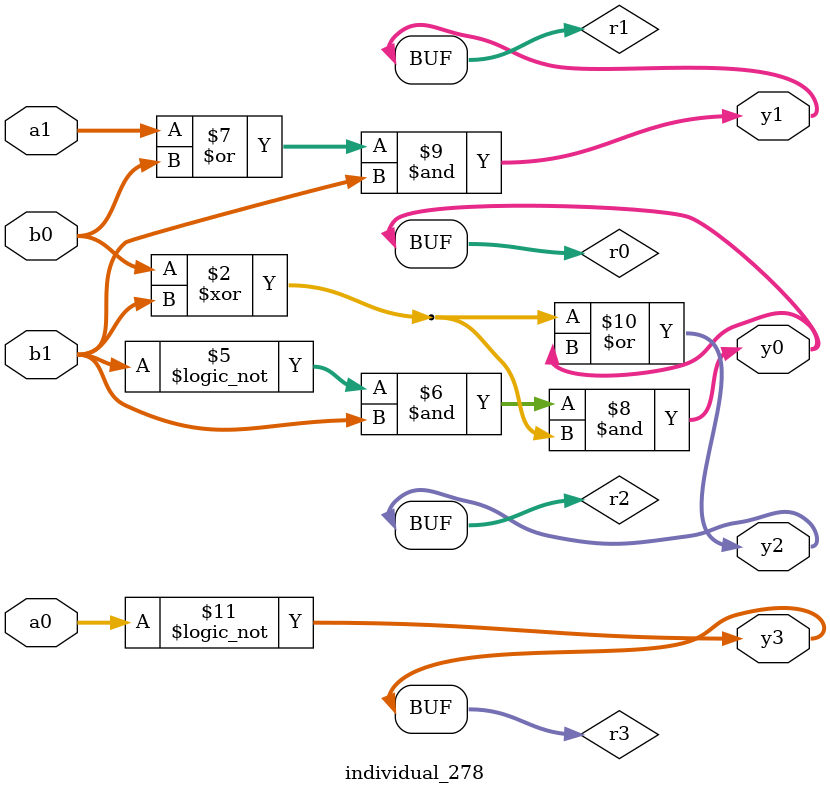
<source format=sv>
module individual_278(input logic [15:0] a1, input logic [15:0] a0, input logic [15:0] b1, input logic [15:0] b0, output logic [15:0] y3, output logic [15:0] y2, output logic [15:0] y1, output logic [15:0] y0);
logic [15:0] r0, r1, r2, r3; 
 always@(*) begin 
	 r0 = a0; r1 = a1; r2 = b0; r3 = b1; 
 	 r2  ^=  b1 ;
 	 r0  |=  r2 ;
 	 r0 = ! b0 ;
 	 r0 = ! b1 ;
 	 r0  &=  r3 ;
 	 r1  |=  b0 ;
 	 r0  &=  r2 ;
 	 r1  &=  r3 ;
 	 r2  |=  r0 ;
 	 r3 = ! a0 ;
 	 y3 = r3; y2 = r2; y1 = r1; y0 = r0; 
end
endmodule
</source>
